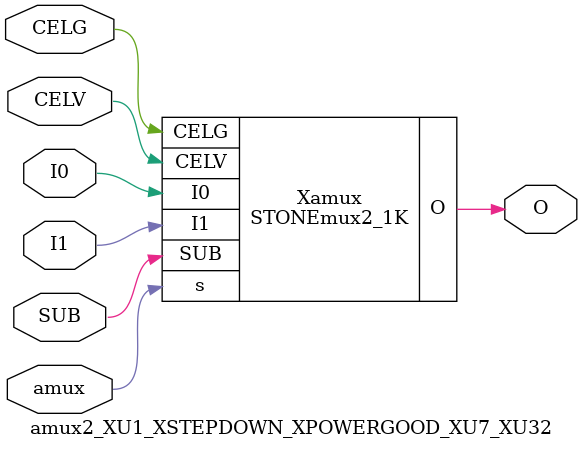
<source format=v>



module STONEmux2_1K ( O, CELG, CELV, I0, I1, SUB, s );

  input CELV;
  input s;
  input I1;
  input I0;
  input SUB;
  input CELG;
  output O;
endmodule

//Celera Confidential Do Not Copy amux2_XU1_XSTEPDOWN_XPOWERGOOD_XU7_XU32
//Celera Confidential Symbol Generator
//Inputs: 2, Switch On Resistance: 1K
//Type of Control:pin, T-Switch: no
module amux2_XU1_XSTEPDOWN_XPOWERGOOD_XU7_XU32 (CELV,SUB,O,I0,I1,
amux,
CELG);
input CELV;
input SUB;
output O;
input I0;
input I1;
input amux;
input CELG;

//Celera Confidential Do Not Copy STONEmux2_1K
STONEmux2_1K Xamux(
.CELV (CELV),
.s (amux),
.I1 (I1),
.I0 (I0),
.SUB (SUB),
.CELG (CELG),
.O (O)
);
//,diesize,STONEmux2_1K
//Celera Confidential Do Not Copy Module End
//Celera Schematic Generator
endmodule

</source>
